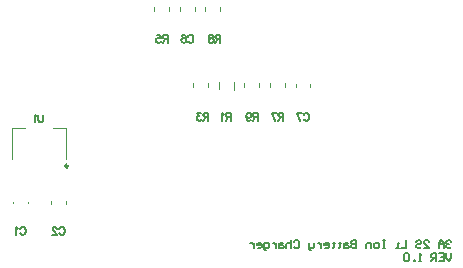
<source format=gbo>
G04*
G04 #@! TF.GenerationSoftware,Altium Limited,Altium Designer,22.1.2 (22)*
G04*
G04 Layer_Color=39423*
%FSLAX44Y44*%
%MOMM*%
G71*
G04*
G04 #@! TF.SameCoordinates,4243E080-38CA-47FB-8023-FD6126139483*
G04*
G04*
G04 #@! TF.FilePolarity,Positive*
G04*
G01*
G75*
%ADD10C,0.2500*%
%ADD12C,0.1250*%
%ADD13C,0.1270*%
D10*
X73010Y118324D02*
G03*
X73010Y118324I-1250J0D01*
G01*
D12*
X201930Y249682D02*
Y253238D01*
X189230Y249682D02*
Y253238D01*
X167990Y249688D02*
Y252688D01*
X179990Y249688D02*
Y252688D01*
X146050Y249682D02*
Y253238D01*
X158750Y249682D02*
Y253238D01*
X265780Y185190D02*
Y188190D01*
X277780Y185190D02*
Y188190D01*
X243840Y185184D02*
Y188740D01*
X256540Y185184D02*
Y188740D01*
X234950Y185184D02*
Y188740D01*
X222250Y185184D02*
Y188740D01*
X200914Y183238D02*
Y189238D01*
X213106Y183142D02*
Y189142D01*
X191770Y184912D02*
Y188468D01*
X179070Y184912D02*
Y188468D01*
X26670Y87122D02*
Y88122D01*
X39370Y87122D02*
Y88122D01*
X70860Y86630D02*
Y88646D01*
X58160Y86614D02*
Y88630D01*
X25260Y150449D02*
X36135D01*
X25260Y124449D02*
Y150449D01*
X60385D02*
X71260D01*
Y124449D02*
Y150449D01*
D13*
X397510Y54396D02*
X396452Y55454D01*
X394336D01*
X393278Y54396D01*
Y53338D01*
X394336Y52280D01*
X395394D01*
X394336D01*
X393278Y51222D01*
Y50164D01*
X394336Y49106D01*
X396452D01*
X397510Y50164D01*
X391162Y49106D02*
Y53338D01*
X389046Y55454D01*
X386930Y53338D01*
Y49106D01*
Y52280D01*
X391162D01*
X374234Y49106D02*
X378466D01*
X374234Y53338D01*
Y54396D01*
X375292Y55454D01*
X377408D01*
X378466Y54396D01*
X367886D02*
X368944Y55454D01*
X371060D01*
X372118Y54396D01*
Y53338D01*
X371060Y52280D01*
X368944D01*
X367886Y51222D01*
Y50164D01*
X368944Y49106D01*
X371060D01*
X372118Y50164D01*
X359422Y55454D02*
Y49106D01*
X355190D01*
X353074D02*
X350958D01*
X352016D01*
Y53338D01*
X353074D01*
X341437Y55454D02*
X339320D01*
X340378D01*
Y49106D01*
X341437D01*
X339320D01*
X335089D02*
X332973D01*
X331915Y50164D01*
Y52280D01*
X332973Y53338D01*
X335089D01*
X336147Y52280D01*
Y50164D01*
X335089Y49106D01*
X329799D02*
Y53338D01*
X326625D01*
X325567Y52280D01*
Y49106D01*
X317103Y55454D02*
Y49106D01*
X313929D01*
X312871Y50164D01*
Y51222D01*
X313929Y52280D01*
X317103D01*
X313929D01*
X312871Y53338D01*
Y54396D01*
X313929Y55454D01*
X317103D01*
X309697Y53338D02*
X307581D01*
X306523Y52280D01*
Y49106D01*
X309697D01*
X310755Y50164D01*
X309697Y51222D01*
X306523D01*
X303349Y54396D02*
Y53338D01*
X304407D01*
X302291D01*
X303349D01*
Y50164D01*
X302291Y49106D01*
X298059Y54396D02*
Y53338D01*
X299117D01*
X297001D01*
X298059D01*
Y50164D01*
X297001Y49106D01*
X290653D02*
X292769D01*
X293827Y50164D01*
Y52280D01*
X292769Y53338D01*
X290653D01*
X289595Y52280D01*
Y51222D01*
X293827D01*
X287479Y53338D02*
Y49106D01*
Y51222D01*
X286421Y52280D01*
X285363Y53338D01*
X284305D01*
X281131D02*
Y50164D01*
X280073Y49106D01*
X276899D01*
Y48048D01*
X277957Y46990D01*
X279015D01*
X276899Y49106D02*
Y53338D01*
X264203Y54396D02*
X265261Y55454D01*
X267377D01*
X268435Y54396D01*
Y50164D01*
X267377Y49106D01*
X265261D01*
X264203Y50164D01*
X262087Y55454D02*
Y49106D01*
Y52280D01*
X261029Y53338D01*
X258913D01*
X257855Y52280D01*
Y49106D01*
X254681Y53338D02*
X252565D01*
X251507Y52280D01*
Y49106D01*
X254681D01*
X255739Y50164D01*
X254681Y51222D01*
X251507D01*
X249391Y53338D02*
Y49106D01*
Y51222D01*
X248333Y52280D01*
X247275Y53338D01*
X246217D01*
X240927Y46990D02*
X239869D01*
X238811Y48048D01*
Y53338D01*
X241985D01*
X243043Y52280D01*
Y50164D01*
X241985Y49106D01*
X238811D01*
X233521D02*
X235637D01*
X236695Y50164D01*
Y52280D01*
X235637Y53338D01*
X233521D01*
X232463Y52280D01*
Y51222D01*
X236695D01*
X230347Y53338D02*
Y49106D01*
Y51222D01*
X229289Y52280D01*
X228232Y53338D01*
X227174D01*
X397510Y44448D02*
Y40216D01*
X395394Y38100D01*
X393278Y40216D01*
Y44448D01*
X386930D02*
X391162D01*
Y38100D01*
X386930D01*
X391162Y41274D02*
X389046D01*
X384814Y38100D02*
Y44448D01*
X381640D01*
X380582Y43390D01*
Y41274D01*
X381640Y40216D01*
X384814D01*
X382698D02*
X380582Y38100D01*
X372118D02*
X370002D01*
X371060D01*
Y44448D01*
X372118Y43390D01*
X366828Y38100D02*
Y39158D01*
X365770D01*
Y38100D01*
X366828D01*
X361538Y43390D02*
X360480Y44448D01*
X358364D01*
X357306Y43390D01*
Y39158D01*
X358364Y38100D01*
X360480D01*
X361538Y39158D01*
Y43390D01*
X52009Y161924D02*
Y157390D01*
X51706Y156483D01*
X51102Y155878D01*
X50195Y155576D01*
X49590D01*
X48683Y155878D01*
X48079Y156483D01*
X47776Y157390D01*
Y161924D01*
X46023Y160715D02*
X45418Y161017D01*
X44511Y161924D01*
Y155576D01*
X233392Y163194D02*
Y156846D01*
Y163194D02*
X230671D01*
X229764Y162892D01*
X229462Y162590D01*
X229159Y161985D01*
Y161380D01*
X229462Y160776D01*
X229764Y160473D01*
X230671Y160171D01*
X233392D01*
X231276D02*
X229159Y156846D01*
X223808Y161078D02*
X224111Y160171D01*
X224715Y159567D01*
X225622Y159264D01*
X225924D01*
X226831Y159567D01*
X227436Y160171D01*
X227738Y161078D01*
Y161380D01*
X227436Y162287D01*
X226831Y162892D01*
X225924Y163194D01*
X225622D01*
X224715Y162892D01*
X224111Y162287D01*
X223808Y161078D01*
Y159567D01*
X224111Y158055D01*
X224715Y157148D01*
X225622Y156846D01*
X226227D01*
X227134Y157148D01*
X227436Y157753D01*
X201793Y229234D02*
Y222886D01*
Y229234D02*
X199072D01*
X198165Y228932D01*
X197863Y228630D01*
X197560Y228025D01*
Y227420D01*
X197863Y226816D01*
X198165Y226514D01*
X199072Y226211D01*
X201793D01*
X199677D02*
X197560Y222886D01*
X194628Y229234D02*
X195535Y228932D01*
X195837Y228327D01*
Y227723D01*
X195535Y227118D01*
X194930Y226816D01*
X193721Y226514D01*
X192814Y226211D01*
X192209Y225606D01*
X191907Y225002D01*
Y224095D01*
X192209Y223490D01*
X192512Y223188D01*
X193419Y222886D01*
X194628D01*
X195535Y223188D01*
X195837Y223490D01*
X196140Y224095D01*
Y225002D01*
X195837Y225606D01*
X195233Y226211D01*
X194326Y226514D01*
X193116Y226816D01*
X192512Y227118D01*
X192209Y227723D01*
Y228327D01*
X192512Y228932D01*
X193419Y229234D01*
X194628D01*
X255133Y163194D02*
Y156846D01*
Y163194D02*
X252412D01*
X251505Y162892D01*
X251203Y162590D01*
X250900Y161985D01*
Y161380D01*
X251203Y160776D01*
X251505Y160473D01*
X252412Y160171D01*
X255133D01*
X253017D02*
X250900Y156846D01*
X245247Y163194D02*
X248270Y156846D01*
X249480Y163194D02*
X245247D01*
X157343Y229234D02*
Y222886D01*
Y229234D02*
X154622D01*
X153715Y228932D01*
X153413Y228630D01*
X153110Y228025D01*
Y227420D01*
X153413Y226816D01*
X153715Y226514D01*
X154622Y226211D01*
X157343D01*
X155227D02*
X153110Y222886D01*
X148062Y229234D02*
X151085D01*
X151387Y226514D01*
X151085Y226816D01*
X150178Y227118D01*
X149271D01*
X148364Y226816D01*
X147759Y226211D01*
X147457Y225304D01*
Y224700D01*
X147759Y223793D01*
X148364Y223188D01*
X149271Y222886D01*
X150178D01*
X151085Y223188D01*
X151387Y223490D01*
X151690Y224095D01*
X191633Y163194D02*
Y156846D01*
Y163194D02*
X188912D01*
X188005Y162892D01*
X187703Y162590D01*
X187400Y161985D01*
Y161380D01*
X187703Y160776D01*
X188005Y160473D01*
X188912Y160171D01*
X191633D01*
X189517D02*
X187400Y156846D01*
X185375Y163194D02*
X182049D01*
X183863Y160776D01*
X182956D01*
X182352Y160473D01*
X182049Y160171D01*
X181747Y159264D01*
Y158660D01*
X182049Y157753D01*
X182654Y157148D01*
X183561Y156846D01*
X184468D01*
X185375Y157148D01*
X185677Y157450D01*
X185980Y158055D01*
X210592Y163194D02*
Y156846D01*
Y163194D02*
X207872D01*
X206965Y162892D01*
X206662Y162590D01*
X206360Y161985D01*
Y161380D01*
X206662Y160776D01*
X206965Y160473D01*
X207872Y160171D01*
X210592D01*
X208476D02*
X206360Y156846D01*
X204939Y161985D02*
X204335Y162287D01*
X203428Y163194D01*
Y156846D01*
X272521Y161683D02*
X272823Y162287D01*
X273428Y162892D01*
X274032Y163194D01*
X275242D01*
X275846Y162892D01*
X276451Y162287D01*
X276753Y161683D01*
X277055Y160776D01*
Y159264D01*
X276753Y158357D01*
X276451Y157753D01*
X275846Y157148D01*
X275242Y156846D01*
X274032D01*
X273428Y157148D01*
X272823Y157753D01*
X272521Y158357D01*
X266505Y163194D02*
X269528Y156846D01*
X270737Y163194D02*
X266505D01*
X174580Y227723D02*
X174882Y228327D01*
X175486Y228932D01*
X176091Y229234D01*
X177300D01*
X177905Y228932D01*
X178510Y228327D01*
X178812Y227723D01*
X179114Y226816D01*
Y225304D01*
X178812Y224397D01*
X178510Y223793D01*
X177905Y223188D01*
X177300Y222886D01*
X176091D01*
X175486Y223188D01*
X174882Y223793D01*
X174580Y224397D01*
X169168Y228327D02*
X169470Y228932D01*
X170377Y229234D01*
X170982D01*
X171889Y228932D01*
X172493Y228025D01*
X172796Y226514D01*
Y225002D01*
X172493Y223793D01*
X171889Y223188D01*
X170982Y222886D01*
X170680D01*
X169773Y223188D01*
X169168Y223793D01*
X168866Y224700D01*
Y225002D01*
X169168Y225909D01*
X169773Y226514D01*
X170680Y226816D01*
X170982D01*
X171889Y226514D01*
X172493Y225909D01*
X172796Y225002D01*
X65511Y65163D02*
X65813Y65767D01*
X66418Y66372D01*
X67022Y66674D01*
X68232D01*
X68836Y66372D01*
X69441Y65767D01*
X69743Y65163D01*
X70045Y64256D01*
Y62744D01*
X69743Y61837D01*
X69441Y61233D01*
X68836Y60628D01*
X68232Y60326D01*
X67022D01*
X66418Y60628D01*
X65813Y61233D01*
X65511Y61837D01*
X63425Y65163D02*
Y65465D01*
X63122Y66070D01*
X62820Y66372D01*
X62215Y66674D01*
X61006D01*
X60402Y66372D01*
X60099Y66070D01*
X59797Y65465D01*
Y64860D01*
X60099Y64256D01*
X60704Y63349D01*
X63727Y60326D01*
X59495D01*
X32400Y65163D02*
X32703Y65767D01*
X33307Y66372D01*
X33912Y66674D01*
X35121D01*
X35726Y66372D01*
X36330Y65767D01*
X36633Y65163D01*
X36935Y64256D01*
Y62744D01*
X36633Y61837D01*
X36330Y61233D01*
X35726Y60628D01*
X35121Y60326D01*
X33912D01*
X33307Y60628D01*
X32703Y61233D01*
X32400Y61837D01*
X30617Y65465D02*
X30012Y65767D01*
X29105Y66674D01*
Y60326D01*
M02*

</source>
